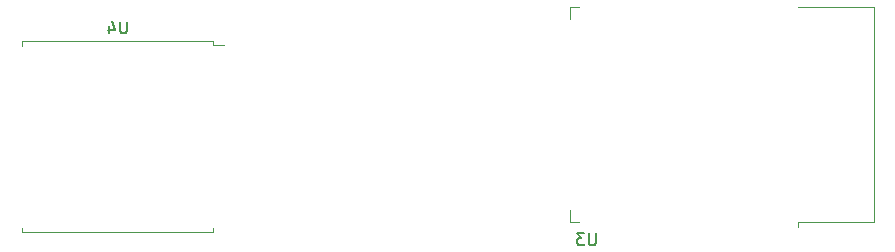
<source format=gbr>
G04 #@! TF.GenerationSoftware,KiCad,Pcbnew,(5.1.9)-1*
G04 #@! TF.CreationDate,2021-01-26T16:41:02+02:00*
G04 #@! TF.ProjectId,jantteri-main,6a616e74-7465-4726-992d-6d61696e2e6b,rev?*
G04 #@! TF.SameCoordinates,Original*
G04 #@! TF.FileFunction,Legend,Bot*
G04 #@! TF.FilePolarity,Positive*
%FSLAX46Y46*%
G04 Gerber Fmt 4.6, Leading zero omitted, Abs format (unit mm)*
G04 Created by KiCad (PCBNEW (5.1.9)-1) date 2021-01-26 16:41:02*
%MOMM*%
%LPD*%
G01*
G04 APERTURE LIST*
%ADD10C,0.120000*%
%ADD11C,0.150000*%
G04 APERTURE END LIST*
D10*
X192449000Y-83431000D02*
X191669000Y-83431000D01*
X191669000Y-83431000D02*
X191669000Y-82431000D01*
X192449000Y-65191000D02*
X191669000Y-65191000D01*
X191669000Y-65191000D02*
X191669000Y-66191000D01*
X217414000Y-83431000D02*
X217414000Y-65191000D01*
X217414000Y-65191000D02*
X210994000Y-65191000D01*
X217414000Y-83431000D02*
X210994000Y-83431000D01*
X210994000Y-83431000D02*
X210994000Y-83811000D01*
X161516000Y-68100000D02*
X145316000Y-68100000D01*
X145316000Y-68100000D02*
X145316000Y-68500000D01*
X161516000Y-83900000D02*
X161516000Y-84300000D01*
X161516000Y-84300000D02*
X145316000Y-84300000D01*
X145316000Y-84300000D02*
X145316000Y-83900000D01*
X161516000Y-68100000D02*
X161516000Y-68450000D01*
X161516000Y-68450000D02*
X162416000Y-68450000D01*
D11*
X193880904Y-84373380D02*
X193880904Y-85182904D01*
X193833285Y-85278142D01*
X193785666Y-85325761D01*
X193690428Y-85373380D01*
X193499952Y-85373380D01*
X193404714Y-85325761D01*
X193357095Y-85278142D01*
X193309476Y-85182904D01*
X193309476Y-84373380D01*
X192928523Y-84373380D02*
X192309476Y-84373380D01*
X192642809Y-84754333D01*
X192499952Y-84754333D01*
X192404714Y-84801952D01*
X192357095Y-84849571D01*
X192309476Y-84944809D01*
X192309476Y-85182904D01*
X192357095Y-85278142D01*
X192404714Y-85325761D01*
X192499952Y-85373380D01*
X192785666Y-85373380D01*
X192880904Y-85325761D01*
X192928523Y-85278142D01*
X154177904Y-66452380D02*
X154177904Y-67261904D01*
X154130285Y-67357142D01*
X154082666Y-67404761D01*
X153987428Y-67452380D01*
X153796952Y-67452380D01*
X153701714Y-67404761D01*
X153654095Y-67357142D01*
X153606476Y-67261904D01*
X153606476Y-66452380D01*
X152701714Y-66785714D02*
X152701714Y-67452380D01*
X152939809Y-66404761D02*
X153177904Y-67119047D01*
X152558857Y-67119047D01*
M02*

</source>
